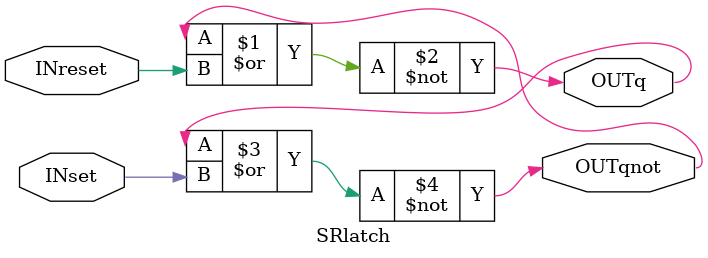
<source format=v>
`timescale 1ns / 1ps
module SRlatch (OUTq, OUTqnot, INset, INreset);
output OUTq, OUTqnot;
input INset, INreset;
nor(OUTq, OUTqnot, INreset);
nor(OUTqnot, OUTq, INset);
endmodule

</source>
